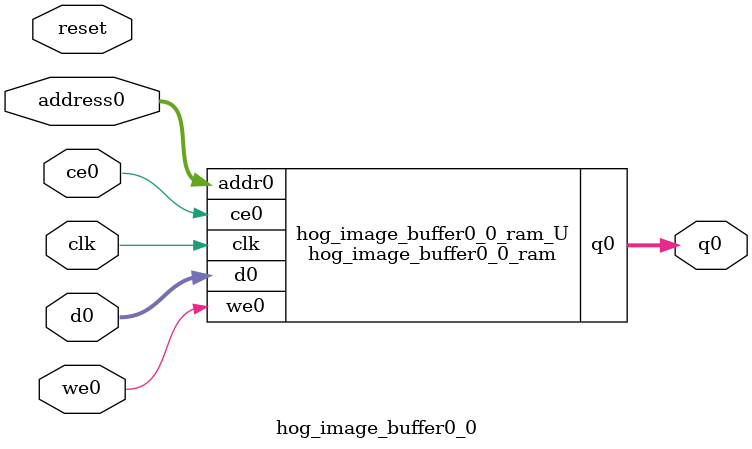
<source format=v>

`timescale 1 ns / 1 ps
module hog_image_buffer0_0_ram (addr0, ce0, d0, we0, q0,  clk);

parameter DWIDTH = 8;
parameter AWIDTH = 6;
parameter MEM_SIZE = 34;

input[AWIDTH-1:0] addr0;
input ce0;
input[DWIDTH-1:0] d0;
input we0;
output reg[DWIDTH-1:0] q0;
input clk;

(* ram_style = "distributed" *)reg [DWIDTH-1:0] ram[0:MEM_SIZE-1];




always @(posedge clk)  
begin 
    if (ce0) 
    begin
        if (we0) 
        begin 
            ram[addr0] <= d0; 
            q0 <= d0;
        end 
        else 
            q0 <= ram[addr0];
    end
end


endmodule


`timescale 1 ns / 1 ps
module hog_image_buffer0_0(
    reset,
    clk,
    address0,
    ce0,
    we0,
    d0,
    q0);

parameter DataWidth = 32'd8;
parameter AddressRange = 32'd34;
parameter AddressWidth = 32'd6;
input reset;
input clk;
input[AddressWidth - 1:0] address0;
input ce0;
input we0;
input[DataWidth - 1:0] d0;
output[DataWidth - 1:0] q0;



hog_image_buffer0_0_ram hog_image_buffer0_0_ram_U(
    .clk( clk ),
    .addr0( address0 ),
    .ce0( ce0 ),
    .d0( d0 ),
    .we0( we0 ),
    .q0( q0 ));

endmodule


</source>
